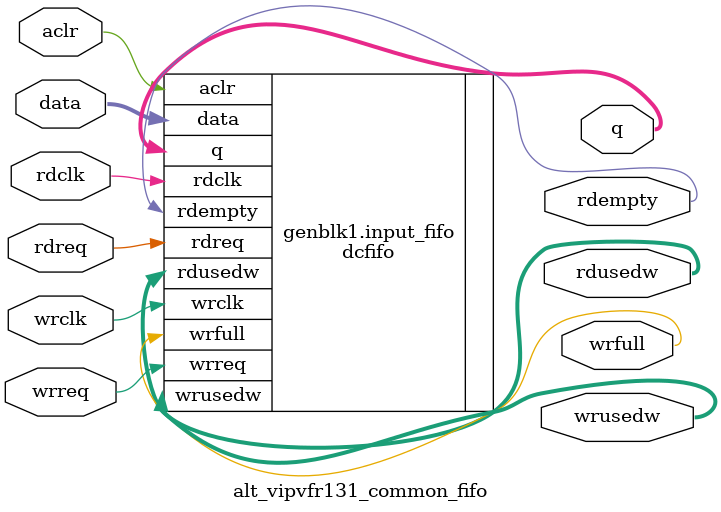
<source format=v>
module alt_vipvfr131_common_fifo(
    wrclk,
    rdreq,
    aclr,
    rdclk,
    wrreq,
    data,
    rdusedw,
    rdempty,
    wrusedw,
    wrfull,
    q);

function integer alt_clogb2;
  input [31:0] value;
  integer i;
  begin
    alt_clogb2 = 32;
    for (i=31; i>0; i=i-1) begin
      if (2**i>=value)
        alt_clogb2 = i;
    end
  end
endfunction

parameter DATA_WIDTH = 20;
parameter FIFO_DEPTH = 1920;
parameter CLOCKS_ARE_SAME = 0;

parameter DATA_WIDTHU = alt_clogb2(FIFO_DEPTH);    

input wrclk;
input rdreq;
input aclr;
input rdclk;
input wrreq;
input [DATA_WIDTH-1:0] data;
output [DATA_WIDTHU-1:0] rdusedw;
output rdempty;
output [DATA_WIDTHU-1:0] wrusedw;
output wrfull;
output [DATA_WIDTH-1:0] q;

generate
    if(CLOCKS_ARE_SAME) begin
        assign rdusedw = wrusedw;
        
        scfifo input_fifo(
		    .rdreq(rdreq),
            .aclr(aclr),
			.clock(wrclk),
			.wrreq(wrreq),
			.data(data),
			.empty(rdempty),
			.full(wrfull),
            .usedw(wrusedw),
            .q(q));

        defparam
		    input_fifo.add_ram_output_register = "OFF",
            input_fifo.lpm_hint = "MAXIMIZE_SPEED=7,",      
            input_fifo.lpm_numwords = FIFO_DEPTH,
            input_fifo.lpm_showahead = "OFF",
            input_fifo.lpm_type = "scfifo",
            input_fifo.lpm_width = DATA_WIDTH,
            input_fifo.lpm_widthu = DATA_WIDTHU,
            input_fifo.overflow_checking = "OFF",
            input_fifo.underflow_checking = "OFF",
            input_fifo.use_eab = "ON";
    end else begin
        dcfifo input_fifo(
            .wrclk(wrclk),
            .rdreq(rdreq),
            .aclr(aclr),
            .rdclk(rdclk),
            .wrreq(wrreq),
            .data(data),
            .rdusedw(rdusedw),
            .rdempty(rdempty),
            .wrfull(wrfull),
            .wrusedw(wrusedw),
            .q(q));

        defparam
            input_fifo.lpm_hint = "MAXIMIZE_SPEED=7,",
            input_fifo.lpm_numwords = FIFO_DEPTH,
            input_fifo.lpm_showahead = "OFF",
            input_fifo.lpm_type = "dcfifo",
            input_fifo.lpm_width = DATA_WIDTH,
            input_fifo.lpm_widthu = DATA_WIDTHU,
            input_fifo.overflow_checking = "OFF",
            input_fifo.rdsync_delaypipe = 5,
            input_fifo.underflow_checking = "OFF",
            input_fifo.use_eab = "ON",
            input_fifo.wrsync_delaypipe = 5,
            input_fifo.read_aclr_synch = "ON";
    end
endgenerate

endmodule

</source>
